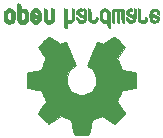
<source format=gbo>
G04 #@! TF.FileFunction,Legend,Bot*
%FSLAX46Y46*%
G04 Gerber Fmt 4.6, Leading zero omitted, Abs format (unit mm)*
G04 Created by KiCad (PCBNEW 4.0.6) date Mon May 22 20:15:38 2017*
%MOMM*%
%LPD*%
G01*
G04 APERTURE LIST*
%ADD10C,0.100000*%
%ADD11C,0.010000*%
G04 APERTURE END LIST*
D10*
D11*
G36*
X136411900Y-115468097D02*
X136523450Y-115412478D01*
X136621908Y-115310069D01*
X136649023Y-115272136D01*
X136678562Y-115222500D01*
X136697728Y-115168588D01*
X136708693Y-115096636D01*
X136713629Y-114992878D01*
X136714713Y-114855899D01*
X136709818Y-114668185D01*
X136692804Y-114527242D01*
X136660177Y-114422092D01*
X136608442Y-114341757D01*
X136534104Y-114275259D01*
X136528642Y-114271322D01*
X136455380Y-114231047D01*
X136367160Y-114211120D01*
X136254962Y-114206207D01*
X136072567Y-114206207D01*
X136072491Y-114029143D01*
X136070793Y-113930530D01*
X136060450Y-113872686D01*
X136033422Y-113837994D01*
X135981668Y-113808836D01*
X135969239Y-113802879D01*
X135911077Y-113774961D01*
X135866044Y-113757328D01*
X135832559Y-113755806D01*
X135809038Y-113776219D01*
X135793900Y-113824393D01*
X135785563Y-113906154D01*
X135782444Y-114027328D01*
X135782960Y-114193740D01*
X135785529Y-114411215D01*
X135786332Y-114476264D01*
X135789222Y-114700498D01*
X135791812Y-114847179D01*
X136072414Y-114847179D01*
X136073991Y-114722674D01*
X136081000Y-114641213D01*
X136096858Y-114587485D01*
X136124981Y-114546177D01*
X136144075Y-114526029D01*
X136222135Y-114467079D01*
X136291247Y-114462280D01*
X136362560Y-114510962D01*
X136364368Y-114512759D01*
X136393383Y-114550382D01*
X136411033Y-114601516D01*
X136419936Y-114680262D01*
X136422709Y-114800724D01*
X136422759Y-114827412D01*
X136416058Y-114993417D01*
X136394248Y-115108495D01*
X136354765Y-115178746D01*
X136295044Y-115210271D01*
X136260528Y-115213448D01*
X136178611Y-115198540D01*
X136122421Y-115149452D01*
X136088598Y-115059638D01*
X136073780Y-114922555D01*
X136072414Y-114847179D01*
X135791812Y-114847179D01*
X135792287Y-114874048D01*
X135796247Y-115004618D01*
X135801826Y-115099913D01*
X135809746Y-115167636D01*
X135820731Y-115215493D01*
X135835501Y-115251187D01*
X135854782Y-115282422D01*
X135863049Y-115294176D01*
X135972712Y-115405203D01*
X136111365Y-115468153D01*
X136271754Y-115485703D01*
X136411900Y-115468097D01*
X136411900Y-115468097D01*
G37*
X136411900Y-115468097D02*
X136523450Y-115412478D01*
X136621908Y-115310069D01*
X136649023Y-115272136D01*
X136678562Y-115222500D01*
X136697728Y-115168588D01*
X136708693Y-115096636D01*
X136713629Y-114992878D01*
X136714713Y-114855899D01*
X136709818Y-114668185D01*
X136692804Y-114527242D01*
X136660177Y-114422092D01*
X136608442Y-114341757D01*
X136534104Y-114275259D01*
X136528642Y-114271322D01*
X136455380Y-114231047D01*
X136367160Y-114211120D01*
X136254962Y-114206207D01*
X136072567Y-114206207D01*
X136072491Y-114029143D01*
X136070793Y-113930530D01*
X136060450Y-113872686D01*
X136033422Y-113837994D01*
X135981668Y-113808836D01*
X135969239Y-113802879D01*
X135911077Y-113774961D01*
X135866044Y-113757328D01*
X135832559Y-113755806D01*
X135809038Y-113776219D01*
X135793900Y-113824393D01*
X135785563Y-113906154D01*
X135782444Y-114027328D01*
X135782960Y-114193740D01*
X135785529Y-114411215D01*
X135786332Y-114476264D01*
X135789222Y-114700498D01*
X135791812Y-114847179D01*
X136072414Y-114847179D01*
X136073991Y-114722674D01*
X136081000Y-114641213D01*
X136096858Y-114587485D01*
X136124981Y-114546177D01*
X136144075Y-114526029D01*
X136222135Y-114467079D01*
X136291247Y-114462280D01*
X136362560Y-114510962D01*
X136364368Y-114512759D01*
X136393383Y-114550382D01*
X136411033Y-114601516D01*
X136419936Y-114680262D01*
X136422709Y-114800724D01*
X136422759Y-114827412D01*
X136416058Y-114993417D01*
X136394248Y-115108495D01*
X136354765Y-115178746D01*
X136295044Y-115210271D01*
X136260528Y-115213448D01*
X136178611Y-115198540D01*
X136122421Y-115149452D01*
X136088598Y-115059638D01*
X136073780Y-114922555D01*
X136072414Y-114847179D01*
X135791812Y-114847179D01*
X135792287Y-114874048D01*
X135796247Y-115004618D01*
X135801826Y-115099913D01*
X135809746Y-115167636D01*
X135820731Y-115215493D01*
X135835501Y-115251187D01*
X135854782Y-115282422D01*
X135863049Y-115294176D01*
X135972712Y-115405203D01*
X136111365Y-115468153D01*
X136271754Y-115485703D01*
X136411900Y-115468097D01*
G36*
X138657429Y-115452281D02*
X138751123Y-115398086D01*
X138816264Y-115344293D01*
X138863907Y-115287934D01*
X138896728Y-115219013D01*
X138917406Y-115127532D01*
X138928620Y-115003494D01*
X138933049Y-114836902D01*
X138933563Y-114717149D01*
X138933563Y-114276341D01*
X138809483Y-114220717D01*
X138685402Y-114165093D01*
X138670805Y-114647905D01*
X138664773Y-114828221D01*
X138658445Y-114959099D01*
X138650606Y-115049489D01*
X138640037Y-115108336D01*
X138625523Y-115144587D01*
X138605848Y-115167190D01*
X138599535Y-115172083D01*
X138503888Y-115210294D01*
X138407207Y-115195173D01*
X138349655Y-115155057D01*
X138326245Y-115126630D01*
X138310039Y-115089328D01*
X138299741Y-115032777D01*
X138294049Y-114946606D01*
X138291664Y-114820442D01*
X138291264Y-114688958D01*
X138291186Y-114524001D01*
X138288361Y-114407239D01*
X138278907Y-114328490D01*
X138258940Y-114277569D01*
X138224576Y-114244294D01*
X138171932Y-114218480D01*
X138101617Y-114191656D01*
X138024820Y-114162458D01*
X138033962Y-114680654D01*
X138037643Y-114867461D01*
X138041950Y-115005510D01*
X138048123Y-115104432D01*
X138057402Y-115173855D01*
X138071027Y-115223410D01*
X138090239Y-115262727D01*
X138113402Y-115297416D01*
X138225152Y-115408230D01*
X138361513Y-115472311D01*
X138509825Y-115487661D01*
X138657429Y-115452281D01*
X138657429Y-115452281D01*
G37*
X138657429Y-115452281D02*
X138751123Y-115398086D01*
X138816264Y-115344293D01*
X138863907Y-115287934D01*
X138896728Y-115219013D01*
X138917406Y-115127532D01*
X138928620Y-115003494D01*
X138933049Y-114836902D01*
X138933563Y-114717149D01*
X138933563Y-114276341D01*
X138809483Y-114220717D01*
X138685402Y-114165093D01*
X138670805Y-114647905D01*
X138664773Y-114828221D01*
X138658445Y-114959099D01*
X138650606Y-115049489D01*
X138640037Y-115108336D01*
X138625523Y-115144587D01*
X138605848Y-115167190D01*
X138599535Y-115172083D01*
X138503888Y-115210294D01*
X138407207Y-115195173D01*
X138349655Y-115155057D01*
X138326245Y-115126630D01*
X138310039Y-115089328D01*
X138299741Y-115032777D01*
X138294049Y-114946606D01*
X138291664Y-114820442D01*
X138291264Y-114688958D01*
X138291186Y-114524001D01*
X138288361Y-114407239D01*
X138278907Y-114328490D01*
X138258940Y-114277569D01*
X138224576Y-114244294D01*
X138171932Y-114218480D01*
X138101617Y-114191656D01*
X138024820Y-114162458D01*
X138033962Y-114680654D01*
X138037643Y-114867461D01*
X138041950Y-115005510D01*
X138048123Y-115104432D01*
X138057402Y-115173855D01*
X138071027Y-115223410D01*
X138090239Y-115262727D01*
X138113402Y-115297416D01*
X138225152Y-115408230D01*
X138361513Y-115472311D01*
X138509825Y-115487661D01*
X138657429Y-115452281D01*
G36*
X135288221Y-115463985D02*
X135425061Y-115392032D01*
X135526051Y-115276234D01*
X135561925Y-115201787D01*
X135589839Y-115090008D01*
X135604129Y-114948773D01*
X135605484Y-114794629D01*
X135594595Y-114644121D01*
X135572153Y-114513795D01*
X135538850Y-114420197D01*
X135528615Y-114404078D01*
X135407382Y-114283751D01*
X135263387Y-114211683D01*
X135107139Y-114190592D01*
X134949148Y-114223198D01*
X134905180Y-114242747D01*
X134819556Y-114302988D01*
X134744408Y-114382865D01*
X134737306Y-114392996D01*
X134708439Y-114441819D01*
X134689357Y-114494010D01*
X134678084Y-114562715D01*
X134672645Y-114661082D01*
X134671062Y-114802256D01*
X134671035Y-114833908D01*
X134671107Y-114843981D01*
X134962989Y-114843981D01*
X134964687Y-114710744D01*
X134971372Y-114622326D01*
X134985425Y-114565215D01*
X135009229Y-114525898D01*
X135021379Y-114512759D01*
X135091236Y-114462828D01*
X135159059Y-114465105D01*
X135227635Y-114508416D01*
X135268535Y-114554654D01*
X135292758Y-114622143D01*
X135306361Y-114728567D01*
X135307294Y-114740980D01*
X135309616Y-114933853D01*
X135285350Y-115077100D01*
X135234824Y-115169840D01*
X135158368Y-115211193D01*
X135131076Y-115213448D01*
X135059411Y-115202107D01*
X135010390Y-115162816D01*
X134980418Y-115087674D01*
X134965899Y-114968778D01*
X134962989Y-114843981D01*
X134671107Y-114843981D01*
X134672122Y-114984341D01*
X134676688Y-115089451D01*
X134686688Y-115162286D01*
X134704079Y-115215892D01*
X134730816Y-115263319D01*
X134736724Y-115272136D01*
X134836032Y-115390993D01*
X134944242Y-115459992D01*
X135075981Y-115487381D01*
X135120717Y-115488719D01*
X135288221Y-115463985D01*
X135288221Y-115463985D01*
G37*
X135288221Y-115463985D02*
X135425061Y-115392032D01*
X135526051Y-115276234D01*
X135561925Y-115201787D01*
X135589839Y-115090008D01*
X135604129Y-114948773D01*
X135605484Y-114794629D01*
X135594595Y-114644121D01*
X135572153Y-114513795D01*
X135538850Y-114420197D01*
X135528615Y-114404078D01*
X135407382Y-114283751D01*
X135263387Y-114211683D01*
X135107139Y-114190592D01*
X134949148Y-114223198D01*
X134905180Y-114242747D01*
X134819556Y-114302988D01*
X134744408Y-114382865D01*
X134737306Y-114392996D01*
X134708439Y-114441819D01*
X134689357Y-114494010D01*
X134678084Y-114562715D01*
X134672645Y-114661082D01*
X134671062Y-114802256D01*
X134671035Y-114833908D01*
X134671107Y-114843981D01*
X134962989Y-114843981D01*
X134964687Y-114710744D01*
X134971372Y-114622326D01*
X134985425Y-114565215D01*
X135009229Y-114525898D01*
X135021379Y-114512759D01*
X135091236Y-114462828D01*
X135159059Y-114465105D01*
X135227635Y-114508416D01*
X135268535Y-114554654D01*
X135292758Y-114622143D01*
X135306361Y-114728567D01*
X135307294Y-114740980D01*
X135309616Y-114933853D01*
X135285350Y-115077100D01*
X135234824Y-115169840D01*
X135158368Y-115211193D01*
X135131076Y-115213448D01*
X135059411Y-115202107D01*
X135010390Y-115162816D01*
X134980418Y-115087674D01*
X134965899Y-114968778D01*
X134962989Y-114843981D01*
X134671107Y-114843981D01*
X134672122Y-114984341D01*
X134676688Y-115089451D01*
X134686688Y-115162286D01*
X134704079Y-115215892D01*
X134730816Y-115263319D01*
X134736724Y-115272136D01*
X134836032Y-115390993D01*
X134944242Y-115459992D01*
X135075981Y-115487381D01*
X135120717Y-115488719D01*
X135288221Y-115463985D01*
G36*
X137555552Y-115445324D02*
X137670658Y-115367889D01*
X137759611Y-115256051D01*
X137812749Y-115113735D01*
X137823497Y-115008985D01*
X137822276Y-114965274D01*
X137812056Y-114931806D01*
X137783961Y-114901821D01*
X137729116Y-114868560D01*
X137638645Y-114825262D01*
X137503672Y-114765167D01*
X137502989Y-114764866D01*
X137378751Y-114707963D01*
X137276873Y-114657435D01*
X137207767Y-114618720D01*
X137181846Y-114597260D01*
X137181839Y-114597087D01*
X137204685Y-114550356D01*
X137258109Y-114498846D01*
X137319442Y-114461739D01*
X137350515Y-114454368D01*
X137435289Y-114479862D01*
X137508293Y-114543709D01*
X137543913Y-114613906D01*
X137578180Y-114665657D01*
X137645303Y-114724591D01*
X137724208Y-114775504D01*
X137793821Y-114803191D01*
X137808377Y-114804713D01*
X137824763Y-114779679D01*
X137825750Y-114715689D01*
X137813708Y-114629407D01*
X137791007Y-114537499D01*
X137760014Y-114456631D01*
X137758448Y-114453491D01*
X137665181Y-114323266D01*
X137544304Y-114234689D01*
X137407027Y-114191214D01*
X137264560Y-114196294D01*
X137128112Y-114253384D01*
X137122045Y-114257398D01*
X137014710Y-114354674D01*
X136944132Y-114481591D01*
X136905074Y-114648474D01*
X136899832Y-114695361D01*
X136890548Y-114916671D01*
X136901678Y-115019876D01*
X137181839Y-115019876D01*
X137185479Y-114955497D01*
X137205389Y-114936709D01*
X137255026Y-114950765D01*
X137333267Y-114983991D01*
X137420726Y-115025641D01*
X137422899Y-115026744D01*
X137497030Y-115065735D01*
X137526781Y-115091756D01*
X137519445Y-115119035D01*
X137488553Y-115154879D01*
X137409960Y-115206749D01*
X137325323Y-115210561D01*
X137249403Y-115172811D01*
X137196965Y-115099999D01*
X137181839Y-115019876D01*
X136901678Y-115019876D01*
X136909644Y-115093739D01*
X136958634Y-115234171D01*
X137026836Y-115332553D01*
X137149935Y-115431970D01*
X137285528Y-115481289D01*
X137423955Y-115484432D01*
X137555552Y-115445324D01*
X137555552Y-115445324D01*
G37*
X137555552Y-115445324D02*
X137670658Y-115367889D01*
X137759611Y-115256051D01*
X137812749Y-115113735D01*
X137823497Y-115008985D01*
X137822276Y-114965274D01*
X137812056Y-114931806D01*
X137783961Y-114901821D01*
X137729116Y-114868560D01*
X137638645Y-114825262D01*
X137503672Y-114765167D01*
X137502989Y-114764866D01*
X137378751Y-114707963D01*
X137276873Y-114657435D01*
X137207767Y-114618720D01*
X137181846Y-114597260D01*
X137181839Y-114597087D01*
X137204685Y-114550356D01*
X137258109Y-114498846D01*
X137319442Y-114461739D01*
X137350515Y-114454368D01*
X137435289Y-114479862D01*
X137508293Y-114543709D01*
X137543913Y-114613906D01*
X137578180Y-114665657D01*
X137645303Y-114724591D01*
X137724208Y-114775504D01*
X137793821Y-114803191D01*
X137808377Y-114804713D01*
X137824763Y-114779679D01*
X137825750Y-114715689D01*
X137813708Y-114629407D01*
X137791007Y-114537499D01*
X137760014Y-114456631D01*
X137758448Y-114453491D01*
X137665181Y-114323266D01*
X137544304Y-114234689D01*
X137407027Y-114191214D01*
X137264560Y-114196294D01*
X137128112Y-114253384D01*
X137122045Y-114257398D01*
X137014710Y-114354674D01*
X136944132Y-114481591D01*
X136905074Y-114648474D01*
X136899832Y-114695361D01*
X136890548Y-114916671D01*
X136901678Y-115019876D01*
X137181839Y-115019876D01*
X137185479Y-114955497D01*
X137205389Y-114936709D01*
X137255026Y-114950765D01*
X137333267Y-114983991D01*
X137420726Y-115025641D01*
X137422899Y-115026744D01*
X137497030Y-115065735D01*
X137526781Y-115091756D01*
X137519445Y-115119035D01*
X137488553Y-115154879D01*
X137409960Y-115206749D01*
X137325323Y-115210561D01*
X137249403Y-115172811D01*
X137196965Y-115099999D01*
X137181839Y-115019876D01*
X136901678Y-115019876D01*
X136909644Y-115093739D01*
X136958634Y-115234171D01*
X137026836Y-115332553D01*
X137149935Y-115431970D01*
X137285528Y-115481289D01*
X137423955Y-115484432D01*
X137555552Y-115445324D01*
G36*
X139984598Y-115606143D02*
X139993154Y-115486812D01*
X140002981Y-115416494D01*
X140016599Y-115385821D01*
X140036527Y-115385429D01*
X140042989Y-115389090D01*
X140128940Y-115415602D01*
X140240745Y-115414054D01*
X140354414Y-115386801D01*
X140425510Y-115351545D01*
X140498405Y-115295222D01*
X140551693Y-115231481D01*
X140588275Y-115150490D01*
X140611050Y-115042414D01*
X140622919Y-114897420D01*
X140626782Y-114705674D01*
X140626851Y-114668891D01*
X140626897Y-114255712D01*
X140534954Y-114223661D01*
X140469652Y-114201856D01*
X140433824Y-114191703D01*
X140432770Y-114191609D01*
X140429242Y-114219140D01*
X140426239Y-114295077D01*
X140423990Y-114409435D01*
X140422724Y-114552231D01*
X140422529Y-114639049D01*
X140422123Y-114810227D01*
X140420032Y-114932912D01*
X140414947Y-115017000D01*
X140405560Y-115072386D01*
X140390561Y-115108968D01*
X140368642Y-115136641D01*
X140354957Y-115149968D01*
X140260949Y-115203672D01*
X140158364Y-115207693D01*
X140065290Y-115162275D01*
X140048078Y-115145877D01*
X140022832Y-115115043D01*
X140005320Y-115078469D01*
X139994142Y-115025585D01*
X139987896Y-114945823D01*
X139985182Y-114828615D01*
X139984598Y-114667009D01*
X139984598Y-114255712D01*
X139892655Y-114223661D01*
X139827353Y-114201856D01*
X139791525Y-114191703D01*
X139790471Y-114191609D01*
X139787775Y-114219552D01*
X139785345Y-114298370D01*
X139783278Y-114420547D01*
X139781671Y-114578568D01*
X139780623Y-114764917D01*
X139780231Y-114972080D01*
X139780230Y-114981294D01*
X139780230Y-115770980D01*
X139875115Y-115811003D01*
X139970000Y-115851027D01*
X139984598Y-115606143D01*
X139984598Y-115606143D01*
G37*
X139984598Y-115606143D02*
X139993154Y-115486812D01*
X140002981Y-115416494D01*
X140016599Y-115385821D01*
X140036527Y-115385429D01*
X140042989Y-115389090D01*
X140128940Y-115415602D01*
X140240745Y-115414054D01*
X140354414Y-115386801D01*
X140425510Y-115351545D01*
X140498405Y-115295222D01*
X140551693Y-115231481D01*
X140588275Y-115150490D01*
X140611050Y-115042414D01*
X140622919Y-114897420D01*
X140626782Y-114705674D01*
X140626851Y-114668891D01*
X140626897Y-114255712D01*
X140534954Y-114223661D01*
X140469652Y-114201856D01*
X140433824Y-114191703D01*
X140432770Y-114191609D01*
X140429242Y-114219140D01*
X140426239Y-114295077D01*
X140423990Y-114409435D01*
X140422724Y-114552231D01*
X140422529Y-114639049D01*
X140422123Y-114810227D01*
X140420032Y-114932912D01*
X140414947Y-115017000D01*
X140405560Y-115072386D01*
X140390561Y-115108968D01*
X140368642Y-115136641D01*
X140354957Y-115149968D01*
X140260949Y-115203672D01*
X140158364Y-115207693D01*
X140065290Y-115162275D01*
X140048078Y-115145877D01*
X140022832Y-115115043D01*
X140005320Y-115078469D01*
X139994142Y-115025585D01*
X139987896Y-114945823D01*
X139985182Y-114828615D01*
X139984598Y-114667009D01*
X139984598Y-114255712D01*
X139892655Y-114223661D01*
X139827353Y-114201856D01*
X139791525Y-114191703D01*
X139790471Y-114191609D01*
X139787775Y-114219552D01*
X139785345Y-114298370D01*
X139783278Y-114420547D01*
X139781671Y-114578568D01*
X139780623Y-114764917D01*
X139780231Y-114972080D01*
X139780230Y-114981294D01*
X139780230Y-115770980D01*
X139875115Y-115811003D01*
X139970000Y-115851027D01*
X139984598Y-115606143D01*
G36*
X141319944Y-115405640D02*
X141434343Y-115363158D01*
X141435652Y-115362342D01*
X141506403Y-115310270D01*
X141558636Y-115249416D01*
X141595371Y-115170113D01*
X141619634Y-115062691D01*
X141634445Y-114917483D01*
X141642829Y-114724821D01*
X141643564Y-114697372D01*
X141654120Y-114283479D01*
X141565291Y-114237544D01*
X141501018Y-114206502D01*
X141462210Y-114191794D01*
X141460415Y-114191609D01*
X141453700Y-114218750D01*
X141448365Y-114291959D01*
X141445083Y-114398919D01*
X141444368Y-114485531D01*
X141444351Y-114625838D01*
X141437937Y-114713949D01*
X141415580Y-114755975D01*
X141367732Y-114758025D01*
X141284849Y-114726210D01*
X141159713Y-114667728D01*
X141067697Y-114619155D01*
X141020371Y-114577014D01*
X141006458Y-114531084D01*
X141006437Y-114528811D01*
X141029395Y-114449689D01*
X141097370Y-114406945D01*
X141201398Y-114400754D01*
X141276330Y-114401828D01*
X141315839Y-114380247D01*
X141340478Y-114328409D01*
X141354659Y-114262368D01*
X141334223Y-114224896D01*
X141326528Y-114219533D01*
X141254083Y-114197994D01*
X141152633Y-114194945D01*
X141048157Y-114209222D01*
X140974125Y-114235312D01*
X140871772Y-114322215D01*
X140813591Y-114443184D01*
X140802069Y-114537692D01*
X140810862Y-114622938D01*
X140842680Y-114692524D01*
X140905684Y-114754328D01*
X141008031Y-114816228D01*
X141157882Y-114886103D01*
X141167012Y-114890052D01*
X141301997Y-114952412D01*
X141385294Y-115003554D01*
X141420997Y-115049512D01*
X141413203Y-115096317D01*
X141366007Y-115150002D01*
X141351894Y-115162356D01*
X141257359Y-115210259D01*
X141159406Y-115208242D01*
X141074097Y-115161276D01*
X141017496Y-115074331D01*
X141012237Y-115057266D01*
X140961023Y-114974496D01*
X140896037Y-114934628D01*
X140802069Y-114895118D01*
X140802069Y-114997342D01*
X140830653Y-115145928D01*
X140915495Y-115282216D01*
X140959645Y-115327809D01*
X141060005Y-115386326D01*
X141187635Y-115412816D01*
X141319944Y-115405640D01*
X141319944Y-115405640D01*
G37*
X141319944Y-115405640D02*
X141434343Y-115363158D01*
X141435652Y-115362342D01*
X141506403Y-115310270D01*
X141558636Y-115249416D01*
X141595371Y-115170113D01*
X141619634Y-115062691D01*
X141634445Y-114917483D01*
X141642829Y-114724821D01*
X141643564Y-114697372D01*
X141654120Y-114283479D01*
X141565291Y-114237544D01*
X141501018Y-114206502D01*
X141462210Y-114191794D01*
X141460415Y-114191609D01*
X141453700Y-114218750D01*
X141448365Y-114291959D01*
X141445083Y-114398919D01*
X141444368Y-114485531D01*
X141444351Y-114625838D01*
X141437937Y-114713949D01*
X141415580Y-114755975D01*
X141367732Y-114758025D01*
X141284849Y-114726210D01*
X141159713Y-114667728D01*
X141067697Y-114619155D01*
X141020371Y-114577014D01*
X141006458Y-114531084D01*
X141006437Y-114528811D01*
X141029395Y-114449689D01*
X141097370Y-114406945D01*
X141201398Y-114400754D01*
X141276330Y-114401828D01*
X141315839Y-114380247D01*
X141340478Y-114328409D01*
X141354659Y-114262368D01*
X141334223Y-114224896D01*
X141326528Y-114219533D01*
X141254083Y-114197994D01*
X141152633Y-114194945D01*
X141048157Y-114209222D01*
X140974125Y-114235312D01*
X140871772Y-114322215D01*
X140813591Y-114443184D01*
X140802069Y-114537692D01*
X140810862Y-114622938D01*
X140842680Y-114692524D01*
X140905684Y-114754328D01*
X141008031Y-114816228D01*
X141157882Y-114886103D01*
X141167012Y-114890052D01*
X141301997Y-114952412D01*
X141385294Y-115003554D01*
X141420997Y-115049512D01*
X141413203Y-115096317D01*
X141366007Y-115150002D01*
X141351894Y-115162356D01*
X141257359Y-115210259D01*
X141159406Y-115208242D01*
X141074097Y-115161276D01*
X141017496Y-115074331D01*
X141012237Y-115057266D01*
X140961023Y-114974496D01*
X140896037Y-114934628D01*
X140802069Y-114895118D01*
X140802069Y-114997342D01*
X140830653Y-115145928D01*
X140915495Y-115282216D01*
X140959645Y-115327809D01*
X141060005Y-115386326D01*
X141187635Y-115412816D01*
X141319944Y-115405640D01*
G36*
X142305943Y-115408080D02*
X142438565Y-115359141D01*
X142546010Y-115272581D01*
X142588032Y-115211648D01*
X142633843Y-115099839D01*
X142632891Y-115018994D01*
X142584808Y-114964622D01*
X142567017Y-114955376D01*
X142490204Y-114926550D01*
X142450976Y-114933935D01*
X142437689Y-114982342D01*
X142437012Y-115009080D01*
X142412686Y-115107452D01*
X142349281Y-115176266D01*
X142261154Y-115209502D01*
X142162663Y-115201139D01*
X142082602Y-115157704D01*
X142055561Y-115132928D01*
X142036394Y-115102871D01*
X142023446Y-115057435D01*
X142015064Y-114986524D01*
X142009593Y-114880040D01*
X142005378Y-114727888D01*
X142004287Y-114679713D01*
X142000307Y-114514905D01*
X141995781Y-114398912D01*
X141988995Y-114322167D01*
X141978231Y-114275107D01*
X141961773Y-114248165D01*
X141937906Y-114231777D01*
X141922626Y-114224537D01*
X141857733Y-114199780D01*
X141819534Y-114191609D01*
X141806912Y-114218897D01*
X141799208Y-114301397D01*
X141796380Y-114440059D01*
X141798386Y-114635838D01*
X141799011Y-114666035D01*
X141803421Y-114844651D01*
X141808635Y-114975077D01*
X141816055Y-115067508D01*
X141827082Y-115132142D01*
X141843117Y-115179175D01*
X141865561Y-115218804D01*
X141877302Y-115235785D01*
X141944619Y-115310920D01*
X142019910Y-115369362D01*
X142029128Y-115374464D01*
X142164133Y-115414740D01*
X142305943Y-115408080D01*
X142305943Y-115408080D01*
G37*
X142305943Y-115408080D02*
X142438565Y-115359141D01*
X142546010Y-115272581D01*
X142588032Y-115211648D01*
X142633843Y-115099839D01*
X142632891Y-115018994D01*
X142584808Y-114964622D01*
X142567017Y-114955376D01*
X142490204Y-114926550D01*
X142450976Y-114933935D01*
X142437689Y-114982342D01*
X142437012Y-115009080D01*
X142412686Y-115107452D01*
X142349281Y-115176266D01*
X142261154Y-115209502D01*
X142162663Y-115201139D01*
X142082602Y-115157704D01*
X142055561Y-115132928D01*
X142036394Y-115102871D01*
X142023446Y-115057435D01*
X142015064Y-114986524D01*
X142009593Y-114880040D01*
X142005378Y-114727888D01*
X142004287Y-114679713D01*
X142000307Y-114514905D01*
X141995781Y-114398912D01*
X141988995Y-114322167D01*
X141978231Y-114275107D01*
X141961773Y-114248165D01*
X141937906Y-114231777D01*
X141922626Y-114224537D01*
X141857733Y-114199780D01*
X141819534Y-114191609D01*
X141806912Y-114218897D01*
X141799208Y-114301397D01*
X141796380Y-114440059D01*
X141798386Y-114635838D01*
X141799011Y-114666035D01*
X141803421Y-114844651D01*
X141808635Y-114975077D01*
X141816055Y-115067508D01*
X141827082Y-115132142D01*
X141843117Y-115179175D01*
X141865561Y-115218804D01*
X141877302Y-115235785D01*
X141944619Y-115310920D01*
X142019910Y-115369362D01*
X142029128Y-115374464D01*
X142164133Y-115414740D01*
X142305943Y-115408080D01*
G36*
X143633914Y-115175545D02*
X143633543Y-114957339D01*
X143632108Y-114789481D01*
X143629002Y-114663930D01*
X143623622Y-114572645D01*
X143615362Y-114507585D01*
X143603616Y-114460709D01*
X143587781Y-114423976D01*
X143575790Y-114403009D01*
X143476490Y-114289306D01*
X143350588Y-114218035D01*
X143211291Y-114192462D01*
X143071805Y-114215850D01*
X142988743Y-114257881D01*
X142901545Y-114330589D01*
X142842117Y-114419388D01*
X142806261Y-114535680D01*
X142789781Y-114690865D01*
X142787447Y-114804713D01*
X142787761Y-114812894D01*
X142991724Y-114812894D01*
X142992970Y-114682343D01*
X142998678Y-114595920D01*
X143011804Y-114539382D01*
X143035306Y-114498486D01*
X143063386Y-114467638D01*
X143157688Y-114408095D01*
X143258940Y-114403008D01*
X143354636Y-114452721D01*
X143362084Y-114459457D01*
X143393874Y-114494498D01*
X143413808Y-114536189D01*
X143424600Y-114598238D01*
X143428965Y-114694356D01*
X143429655Y-114800621D01*
X143428159Y-114934120D01*
X143421964Y-115023178D01*
X143408514Y-115081707D01*
X143385251Y-115123618D01*
X143366175Y-115145877D01*
X143277563Y-115202015D01*
X143175508Y-115208765D01*
X143078095Y-115165886D01*
X143059296Y-115149968D01*
X143027293Y-115114618D01*
X143007318Y-115072498D01*
X142996593Y-115009749D01*
X142992339Y-114912513D01*
X142991724Y-114812894D01*
X142787761Y-114812894D01*
X142794504Y-114988053D01*
X142818472Y-115125805D01*
X142863548Y-115229368D01*
X142933928Y-115310144D01*
X142988743Y-115351545D01*
X143088376Y-115396272D01*
X143203855Y-115417033D01*
X143311199Y-115411475D01*
X143371264Y-115389057D01*
X143394835Y-115382677D01*
X143410477Y-115406465D01*
X143421395Y-115470212D01*
X143429655Y-115567313D01*
X143438699Y-115675459D01*
X143451261Y-115740525D01*
X143474119Y-115777732D01*
X143514051Y-115802301D01*
X143539138Y-115813181D01*
X143634023Y-115852928D01*
X143633914Y-115175545D01*
X143633914Y-115175545D01*
G37*
X143633914Y-115175545D02*
X143633543Y-114957339D01*
X143632108Y-114789481D01*
X143629002Y-114663930D01*
X143623622Y-114572645D01*
X143615362Y-114507585D01*
X143603616Y-114460709D01*
X143587781Y-114423976D01*
X143575790Y-114403009D01*
X143476490Y-114289306D01*
X143350588Y-114218035D01*
X143211291Y-114192462D01*
X143071805Y-114215850D01*
X142988743Y-114257881D01*
X142901545Y-114330589D01*
X142842117Y-114419388D01*
X142806261Y-114535680D01*
X142789781Y-114690865D01*
X142787447Y-114804713D01*
X142787761Y-114812894D01*
X142991724Y-114812894D01*
X142992970Y-114682343D01*
X142998678Y-114595920D01*
X143011804Y-114539382D01*
X143035306Y-114498486D01*
X143063386Y-114467638D01*
X143157688Y-114408095D01*
X143258940Y-114403008D01*
X143354636Y-114452721D01*
X143362084Y-114459457D01*
X143393874Y-114494498D01*
X143413808Y-114536189D01*
X143424600Y-114598238D01*
X143428965Y-114694356D01*
X143429655Y-114800621D01*
X143428159Y-114934120D01*
X143421964Y-115023178D01*
X143408514Y-115081707D01*
X143385251Y-115123618D01*
X143366175Y-115145877D01*
X143277563Y-115202015D01*
X143175508Y-115208765D01*
X143078095Y-115165886D01*
X143059296Y-115149968D01*
X143027293Y-115114618D01*
X143007318Y-115072498D01*
X142996593Y-115009749D01*
X142992339Y-114912513D01*
X142991724Y-114812894D01*
X142787761Y-114812894D01*
X142794504Y-114988053D01*
X142818472Y-115125805D01*
X142863548Y-115229368D01*
X142933928Y-115310144D01*
X142988743Y-115351545D01*
X143088376Y-115396272D01*
X143203855Y-115417033D01*
X143311199Y-115411475D01*
X143371264Y-115389057D01*
X143394835Y-115382677D01*
X143410477Y-115406465D01*
X143421395Y-115470212D01*
X143429655Y-115567313D01*
X143438699Y-115675459D01*
X143451261Y-115740525D01*
X143474119Y-115777732D01*
X143514051Y-115802301D01*
X143539138Y-115813181D01*
X143634023Y-115852928D01*
X143633914Y-115175545D01*
G36*
X144820124Y-115390160D02*
X144824579Y-115313347D01*
X144828071Y-115196609D01*
X144830315Y-115049179D01*
X144831035Y-114894545D01*
X144831035Y-114371273D01*
X144738645Y-114278883D01*
X144674978Y-114221953D01*
X144619089Y-114198893D01*
X144542702Y-114200353D01*
X144512380Y-114204066D01*
X144417610Y-114214874D01*
X144339222Y-114221067D01*
X144320115Y-114221639D01*
X144255699Y-114217898D01*
X144163571Y-114208506D01*
X144127850Y-114204066D01*
X144040114Y-114197199D01*
X143981153Y-114212115D01*
X143922690Y-114258165D01*
X143901585Y-114278883D01*
X143809195Y-114371273D01*
X143809195Y-115350053D01*
X143883558Y-115383934D01*
X143947590Y-115409030D01*
X143985052Y-115417816D01*
X143994657Y-115390050D01*
X144003635Y-115312470D01*
X144011386Y-115193652D01*
X144017314Y-115042172D01*
X144020173Y-114914195D01*
X144028161Y-114410575D01*
X144097848Y-114400722D01*
X144161229Y-114407611D01*
X144192286Y-114429917D01*
X144200967Y-114471621D01*
X144208378Y-114560456D01*
X144213931Y-114685166D01*
X144217036Y-114834493D01*
X144217484Y-114911339D01*
X144217931Y-115353713D01*
X144309874Y-115385765D01*
X144374949Y-115407557D01*
X144410347Y-115417719D01*
X144411368Y-115417816D01*
X144414920Y-115390191D01*
X144418823Y-115313589D01*
X144422751Y-115197421D01*
X144426376Y-115051096D01*
X144428908Y-114914195D01*
X144436897Y-114410575D01*
X144612069Y-114410575D01*
X144620107Y-114870035D01*
X144628146Y-115329495D01*
X144713543Y-115373656D01*
X144776593Y-115403981D01*
X144813910Y-115417742D01*
X144814987Y-115417816D01*
X144820124Y-115390160D01*
X144820124Y-115390160D01*
G37*
X144820124Y-115390160D02*
X144824579Y-115313347D01*
X144828071Y-115196609D01*
X144830315Y-115049179D01*
X144831035Y-114894545D01*
X144831035Y-114371273D01*
X144738645Y-114278883D01*
X144674978Y-114221953D01*
X144619089Y-114198893D01*
X144542702Y-114200353D01*
X144512380Y-114204066D01*
X144417610Y-114214874D01*
X144339222Y-114221067D01*
X144320115Y-114221639D01*
X144255699Y-114217898D01*
X144163571Y-114208506D01*
X144127850Y-114204066D01*
X144040114Y-114197199D01*
X143981153Y-114212115D01*
X143922690Y-114258165D01*
X143901585Y-114278883D01*
X143809195Y-114371273D01*
X143809195Y-115350053D01*
X143883558Y-115383934D01*
X143947590Y-115409030D01*
X143985052Y-115417816D01*
X143994657Y-115390050D01*
X144003635Y-115312470D01*
X144011386Y-115193652D01*
X144017314Y-115042172D01*
X144020173Y-114914195D01*
X144028161Y-114410575D01*
X144097848Y-114400722D01*
X144161229Y-114407611D01*
X144192286Y-114429917D01*
X144200967Y-114471621D01*
X144208378Y-114560456D01*
X144213931Y-114685166D01*
X144217036Y-114834493D01*
X144217484Y-114911339D01*
X144217931Y-115353713D01*
X144309874Y-115385765D01*
X144374949Y-115407557D01*
X144410347Y-115417719D01*
X144411368Y-115417816D01*
X144414920Y-115390191D01*
X144418823Y-115313589D01*
X144422751Y-115197421D01*
X144426376Y-115051096D01*
X144428908Y-114914195D01*
X144436897Y-114410575D01*
X144612069Y-114410575D01*
X144620107Y-114870035D01*
X144628146Y-115329495D01*
X144713543Y-115373656D01*
X144776593Y-115403981D01*
X144813910Y-115417742D01*
X144814987Y-115417816D01*
X144820124Y-115390160D01*
G36*
X145554406Y-115394844D02*
X145638469Y-115356607D01*
X145704450Y-115310274D01*
X145752794Y-115258468D01*
X145786172Y-115191637D01*
X145807253Y-115100231D01*
X145818707Y-114974699D01*
X145823203Y-114805492D01*
X145823678Y-114694067D01*
X145823678Y-114259373D01*
X145749316Y-114225491D01*
X145690746Y-114200728D01*
X145661730Y-114191609D01*
X145656179Y-114218743D01*
X145651775Y-114291906D01*
X145649078Y-114398737D01*
X145648506Y-114483563D01*
X145646046Y-114606113D01*
X145639412Y-114703332D01*
X145629726Y-114762866D01*
X145622032Y-114775517D01*
X145570311Y-114762598D01*
X145489117Y-114729461D01*
X145395102Y-114684539D01*
X145304917Y-114636265D01*
X145235215Y-114593072D01*
X145202648Y-114563392D01*
X145202519Y-114563071D01*
X145205320Y-114508143D01*
X145230439Y-114455708D01*
X145274541Y-114413119D01*
X145338909Y-114398874D01*
X145393921Y-114400534D01*
X145471835Y-114401755D01*
X145512732Y-114383502D01*
X145537295Y-114335274D01*
X145540392Y-114326180D01*
X145551040Y-114257402D01*
X145522565Y-114215640D01*
X145448344Y-114195737D01*
X145368168Y-114192056D01*
X145223890Y-114219342D01*
X145149203Y-114258310D01*
X145056963Y-114349852D01*
X145008043Y-114462218D01*
X145003654Y-114580949D01*
X145045001Y-114691589D01*
X145107197Y-114760920D01*
X145169294Y-114799735D01*
X145266895Y-114848875D01*
X145380632Y-114898708D01*
X145399590Y-114906323D01*
X145524521Y-114961455D01*
X145596539Y-115010046D01*
X145619700Y-115058353D01*
X145598064Y-115112630D01*
X145560920Y-115155057D01*
X145473127Y-115207298D01*
X145376530Y-115211216D01*
X145287944Y-115170959D01*
X145224186Y-115090674D01*
X145215817Y-115069960D01*
X145167096Y-114993775D01*
X145095965Y-114937215D01*
X145006207Y-114890799D01*
X145006207Y-115022416D01*
X145011490Y-115102832D01*
X145034142Y-115166214D01*
X145084367Y-115233837D01*
X145132582Y-115285924D01*
X145207554Y-115359678D01*
X145265806Y-115399298D01*
X145328372Y-115415190D01*
X145399193Y-115417816D01*
X145554406Y-115394844D01*
X145554406Y-115394844D01*
G37*
X145554406Y-115394844D02*
X145638469Y-115356607D01*
X145704450Y-115310274D01*
X145752794Y-115258468D01*
X145786172Y-115191637D01*
X145807253Y-115100231D01*
X145818707Y-114974699D01*
X145823203Y-114805492D01*
X145823678Y-114694067D01*
X145823678Y-114259373D01*
X145749316Y-114225491D01*
X145690746Y-114200728D01*
X145661730Y-114191609D01*
X145656179Y-114218743D01*
X145651775Y-114291906D01*
X145649078Y-114398737D01*
X145648506Y-114483563D01*
X145646046Y-114606113D01*
X145639412Y-114703332D01*
X145629726Y-114762866D01*
X145622032Y-114775517D01*
X145570311Y-114762598D01*
X145489117Y-114729461D01*
X145395102Y-114684539D01*
X145304917Y-114636265D01*
X145235215Y-114593072D01*
X145202648Y-114563392D01*
X145202519Y-114563071D01*
X145205320Y-114508143D01*
X145230439Y-114455708D01*
X145274541Y-114413119D01*
X145338909Y-114398874D01*
X145393921Y-114400534D01*
X145471835Y-114401755D01*
X145512732Y-114383502D01*
X145537295Y-114335274D01*
X145540392Y-114326180D01*
X145551040Y-114257402D01*
X145522565Y-114215640D01*
X145448344Y-114195737D01*
X145368168Y-114192056D01*
X145223890Y-114219342D01*
X145149203Y-114258310D01*
X145056963Y-114349852D01*
X145008043Y-114462218D01*
X145003654Y-114580949D01*
X145045001Y-114691589D01*
X145107197Y-114760920D01*
X145169294Y-114799735D01*
X145266895Y-114848875D01*
X145380632Y-114898708D01*
X145399590Y-114906323D01*
X145524521Y-114961455D01*
X145596539Y-115010046D01*
X145619700Y-115058353D01*
X145598064Y-115112630D01*
X145560920Y-115155057D01*
X145473127Y-115207298D01*
X145376530Y-115211216D01*
X145287944Y-115170959D01*
X145224186Y-115090674D01*
X145215817Y-115069960D01*
X145167096Y-114993775D01*
X145095965Y-114937215D01*
X145006207Y-114890799D01*
X145006207Y-115022416D01*
X145011490Y-115102832D01*
X145034142Y-115166214D01*
X145084367Y-115233837D01*
X145132582Y-115285924D01*
X145207554Y-115359678D01*
X145265806Y-115399298D01*
X145328372Y-115415190D01*
X145399193Y-115417816D01*
X145554406Y-115394844D01*
G36*
X146575690Y-115389982D02*
X146610585Y-115374731D01*
X146693877Y-115308765D01*
X146765103Y-115213382D01*
X146809153Y-115111594D01*
X146816322Y-115061413D01*
X146792285Y-114991353D01*
X146739561Y-114954283D01*
X146683031Y-114931836D01*
X146657146Y-114927700D01*
X146644542Y-114957717D01*
X146619654Y-115023039D01*
X146608735Y-115052555D01*
X146547508Y-115154652D01*
X146458861Y-115205577D01*
X146345193Y-115204011D01*
X146336774Y-115202006D01*
X146276088Y-115173233D01*
X146231474Y-115117141D01*
X146201002Y-115026837D01*
X146182744Y-114895429D01*
X146174771Y-114716026D01*
X146174023Y-114620567D01*
X146173652Y-114470087D01*
X146171223Y-114367505D01*
X146164760Y-114302328D01*
X146152288Y-114264062D01*
X146131833Y-114242215D01*
X146101419Y-114226293D01*
X146099661Y-114225491D01*
X146041091Y-114200728D01*
X146012075Y-114191609D01*
X146007616Y-114219178D01*
X146003799Y-114295380D01*
X146000899Y-114410459D01*
X145999191Y-114554659D01*
X145998851Y-114660186D01*
X146000588Y-114864387D01*
X146007382Y-115019303D01*
X146021607Y-115133976D01*
X146045638Y-115217449D01*
X146081848Y-115278764D01*
X146132612Y-115326966D01*
X146182739Y-115360607D01*
X146303275Y-115405381D01*
X146443557Y-115415479D01*
X146575690Y-115389982D01*
X146575690Y-115389982D01*
G37*
X146575690Y-115389982D02*
X146610585Y-115374731D01*
X146693877Y-115308765D01*
X146765103Y-115213382D01*
X146809153Y-115111594D01*
X146816322Y-115061413D01*
X146792285Y-114991353D01*
X146739561Y-114954283D01*
X146683031Y-114931836D01*
X146657146Y-114927700D01*
X146644542Y-114957717D01*
X146619654Y-115023039D01*
X146608735Y-115052555D01*
X146547508Y-115154652D01*
X146458861Y-115205577D01*
X146345193Y-115204011D01*
X146336774Y-115202006D01*
X146276088Y-115173233D01*
X146231474Y-115117141D01*
X146201002Y-115026837D01*
X146182744Y-114895429D01*
X146174771Y-114716026D01*
X146174023Y-114620567D01*
X146173652Y-114470087D01*
X146171223Y-114367505D01*
X146164760Y-114302328D01*
X146152288Y-114264062D01*
X146131833Y-114242215D01*
X146101419Y-114226293D01*
X146099661Y-114225491D01*
X146041091Y-114200728D01*
X146012075Y-114191609D01*
X146007616Y-114219178D01*
X146003799Y-114295380D01*
X146000899Y-114410459D01*
X145999191Y-114554659D01*
X145998851Y-114660186D01*
X146000588Y-114864387D01*
X146007382Y-115019303D01*
X146021607Y-115133976D01*
X146045638Y-115217449D01*
X146081848Y-115278764D01*
X146132612Y-115326966D01*
X146182739Y-115360607D01*
X146303275Y-115405381D01*
X146443557Y-115415479D01*
X146575690Y-115389982D01*
G36*
X147583439Y-115373460D02*
X147698950Y-115297966D01*
X147754664Y-115230383D01*
X147798804Y-115107745D01*
X147802309Y-115010702D01*
X147794368Y-114880944D01*
X147495115Y-114749961D01*
X147349611Y-114683042D01*
X147254537Y-114629210D01*
X147205101Y-114582584D01*
X147196511Y-114537280D01*
X147223972Y-114487418D01*
X147254253Y-114454368D01*
X147342363Y-114401367D01*
X147438196Y-114397653D01*
X147526212Y-114438959D01*
X147590869Y-114521017D01*
X147602433Y-114549992D01*
X147657825Y-114640491D01*
X147721553Y-114679060D01*
X147808966Y-114712054D01*
X147808966Y-114586966D01*
X147801238Y-114501844D01*
X147770966Y-114430062D01*
X147707518Y-114347644D01*
X147698088Y-114336934D01*
X147627513Y-114263609D01*
X147566847Y-114224258D01*
X147490950Y-114206155D01*
X147428030Y-114200226D01*
X147315487Y-114198749D01*
X147235370Y-114217465D01*
X147185390Y-114245253D01*
X147106838Y-114306359D01*
X147052463Y-114372446D01*
X147018052Y-114455559D01*
X146999388Y-114567746D01*
X146992256Y-114721054D01*
X146991687Y-114798864D01*
X146993622Y-114892147D01*
X147169899Y-114892147D01*
X147171944Y-114842104D01*
X147177039Y-114833908D01*
X147210666Y-114845042D01*
X147283030Y-114874507D01*
X147379747Y-114916399D01*
X147399973Y-114925403D01*
X147522203Y-114987558D01*
X147589547Y-115042185D01*
X147604348Y-115093351D01*
X147568947Y-115145124D01*
X147539711Y-115168000D01*
X147434216Y-115213750D01*
X147335476Y-115206192D01*
X147252812Y-115150349D01*
X147195548Y-115051247D01*
X147177188Y-114972586D01*
X147169899Y-114892147D01*
X146993622Y-114892147D01*
X146995459Y-114980649D01*
X147009359Y-115115147D01*
X147036894Y-115213084D01*
X147081572Y-115285189D01*
X147146901Y-115342187D01*
X147175383Y-115360607D01*
X147304763Y-115408578D01*
X147446412Y-115411597D01*
X147583439Y-115373460D01*
X147583439Y-115373460D01*
G37*
X147583439Y-115373460D02*
X147698950Y-115297966D01*
X147754664Y-115230383D01*
X147798804Y-115107745D01*
X147802309Y-115010702D01*
X147794368Y-114880944D01*
X147495115Y-114749961D01*
X147349611Y-114683042D01*
X147254537Y-114629210D01*
X147205101Y-114582584D01*
X147196511Y-114537280D01*
X147223972Y-114487418D01*
X147254253Y-114454368D01*
X147342363Y-114401367D01*
X147438196Y-114397653D01*
X147526212Y-114438959D01*
X147590869Y-114521017D01*
X147602433Y-114549992D01*
X147657825Y-114640491D01*
X147721553Y-114679060D01*
X147808966Y-114712054D01*
X147808966Y-114586966D01*
X147801238Y-114501844D01*
X147770966Y-114430062D01*
X147707518Y-114347644D01*
X147698088Y-114336934D01*
X147627513Y-114263609D01*
X147566847Y-114224258D01*
X147490950Y-114206155D01*
X147428030Y-114200226D01*
X147315487Y-114198749D01*
X147235370Y-114217465D01*
X147185390Y-114245253D01*
X147106838Y-114306359D01*
X147052463Y-114372446D01*
X147018052Y-114455559D01*
X146999388Y-114567746D01*
X146992256Y-114721054D01*
X146991687Y-114798864D01*
X146993622Y-114892147D01*
X147169899Y-114892147D01*
X147171944Y-114842104D01*
X147177039Y-114833908D01*
X147210666Y-114845042D01*
X147283030Y-114874507D01*
X147379747Y-114916399D01*
X147399973Y-114925403D01*
X147522203Y-114987558D01*
X147589547Y-115042185D01*
X147604348Y-115093351D01*
X147568947Y-115145124D01*
X147539711Y-115168000D01*
X147434216Y-115213750D01*
X147335476Y-115206192D01*
X147252812Y-115150349D01*
X147195548Y-115051247D01*
X147177188Y-114972586D01*
X147169899Y-114892147D01*
X146993622Y-114892147D01*
X146995459Y-114980649D01*
X147009359Y-115115147D01*
X147036894Y-115213084D01*
X147081572Y-115285189D01*
X147146901Y-115342187D01*
X147175383Y-115360607D01*
X147304763Y-115408578D01*
X147446412Y-115411597D01*
X147583439Y-115373460D01*
G36*
X141449014Y-124877002D02*
X141607006Y-124876137D01*
X141721347Y-124873795D01*
X141799407Y-124869238D01*
X141848554Y-124861730D01*
X141876159Y-124850534D01*
X141889592Y-124834912D01*
X141896221Y-124814127D01*
X141896865Y-124811437D01*
X141906935Y-124762887D01*
X141925575Y-124667095D01*
X141950845Y-124534257D01*
X141980807Y-124374569D01*
X142013522Y-124198226D01*
X142014664Y-124192033D01*
X142047433Y-124019218D01*
X142078093Y-123866531D01*
X142104664Y-123743129D01*
X142125167Y-123658169D01*
X142137626Y-123620810D01*
X142138220Y-123620148D01*
X142174919Y-123601905D01*
X142250586Y-123571503D01*
X142348878Y-123535507D01*
X142349425Y-123535315D01*
X142473233Y-123488778D01*
X142619196Y-123429496D01*
X142756781Y-123369891D01*
X142763293Y-123366944D01*
X142987390Y-123265235D01*
X143483619Y-123604103D01*
X143635846Y-123707408D01*
X143773741Y-123799763D01*
X143889315Y-123875916D01*
X143974579Y-123930615D01*
X144021544Y-123958607D01*
X144026004Y-123960683D01*
X144060134Y-123951440D01*
X144123881Y-123906844D01*
X144219731Y-123824791D01*
X144350169Y-123703179D01*
X144483328Y-123573795D01*
X144611694Y-123446298D01*
X144726581Y-123329954D01*
X144821073Y-123231948D01*
X144888253Y-123159464D01*
X144921206Y-123119687D01*
X144922432Y-123117639D01*
X144926074Y-123090344D01*
X144912350Y-123045766D01*
X144877869Y-122977888D01*
X144819239Y-122880689D01*
X144733070Y-122748149D01*
X144618200Y-122577524D01*
X144516254Y-122427345D01*
X144425123Y-122292650D01*
X144350073Y-122181260D01*
X144296369Y-122100995D01*
X144269280Y-122059675D01*
X144267574Y-122056870D01*
X144270882Y-122017279D01*
X144295953Y-121940331D01*
X144337798Y-121840568D01*
X144352712Y-121808709D01*
X144417786Y-121666774D01*
X144487212Y-121505727D01*
X144543609Y-121366379D01*
X144584247Y-121262956D01*
X144616526Y-121184358D01*
X144635178Y-121143280D01*
X144637497Y-121140115D01*
X144671803Y-121134872D01*
X144752669Y-121120506D01*
X144869343Y-121099063D01*
X145011075Y-121072587D01*
X145167110Y-121043123D01*
X145326698Y-121012717D01*
X145479085Y-120983412D01*
X145613521Y-120957255D01*
X145719252Y-120936290D01*
X145785526Y-120922561D01*
X145801782Y-120918680D01*
X145818573Y-120909100D01*
X145831249Y-120887464D01*
X145840378Y-120846469D01*
X145846531Y-120778811D01*
X145850280Y-120677188D01*
X145852192Y-120534297D01*
X145852840Y-120342835D01*
X145852874Y-120264355D01*
X145852874Y-119626094D01*
X145699598Y-119595840D01*
X145614322Y-119579436D01*
X145487070Y-119555491D01*
X145333315Y-119526893D01*
X145168534Y-119496533D01*
X145122989Y-119488194D01*
X144970932Y-119458630D01*
X144838468Y-119429558D01*
X144736714Y-119403671D01*
X144676788Y-119383663D01*
X144666805Y-119377699D01*
X144642293Y-119335466D01*
X144607148Y-119253630D01*
X144568173Y-119148317D01*
X144560442Y-119125632D01*
X144509360Y-118984982D01*
X144445954Y-118826286D01*
X144383904Y-118683775D01*
X144383598Y-118683114D01*
X144280267Y-118459560D01*
X144959961Y-117459768D01*
X144523621Y-117022700D01*
X144391649Y-116892619D01*
X144271279Y-116777952D01*
X144169273Y-116684819D01*
X144092391Y-116619342D01*
X144047393Y-116587643D01*
X144040938Y-116585632D01*
X144003040Y-116601471D01*
X143925708Y-116645504D01*
X143817389Y-116712510D01*
X143686532Y-116797266D01*
X143545052Y-116892184D01*
X143401461Y-116989002D01*
X143273435Y-117073249D01*
X143169105Y-117139742D01*
X143096600Y-117183298D01*
X143064158Y-117198736D01*
X143024576Y-117185672D01*
X142949519Y-117151250D01*
X142854468Y-117102620D01*
X142844392Y-117097215D01*
X142716391Y-117033020D01*
X142628618Y-117001537D01*
X142574028Y-117001202D01*
X142545575Y-117030452D01*
X142545410Y-117030862D01*
X142531188Y-117065502D01*
X142497269Y-117147731D01*
X142446284Y-117271186D01*
X142380862Y-117429502D01*
X142303634Y-117616314D01*
X142217229Y-117825258D01*
X142133551Y-118027554D01*
X142041588Y-118250800D01*
X141957150Y-118457608D01*
X141882769Y-118641638D01*
X141820974Y-118796549D01*
X141774297Y-118916004D01*
X141745268Y-118993661D01*
X141736322Y-119022644D01*
X141758756Y-119055890D01*
X141817439Y-119108877D01*
X141895689Y-119167296D01*
X142118534Y-119352048D01*
X142292718Y-119563818D01*
X142416154Y-119798144D01*
X142486754Y-120050566D01*
X142502431Y-120316623D01*
X142491036Y-120439425D01*
X142428950Y-120694207D01*
X142322023Y-120919199D01*
X142176889Y-121112183D01*
X142000178Y-121270939D01*
X141798522Y-121393250D01*
X141578554Y-121476895D01*
X141346906Y-121519656D01*
X141110209Y-121519313D01*
X140875095Y-121473648D01*
X140648196Y-121380441D01*
X140436144Y-121237473D01*
X140347636Y-121156617D01*
X140177889Y-120948993D01*
X140059699Y-120722105D01*
X139992278Y-120482567D01*
X139974840Y-120236993D01*
X140006598Y-119991997D01*
X140086765Y-119754192D01*
X140214555Y-119530193D01*
X140389180Y-119326613D01*
X140584312Y-119167296D01*
X140665591Y-119106398D01*
X140723009Y-119053985D01*
X140743678Y-119022594D01*
X140732856Y-118988361D01*
X140702077Y-118906581D01*
X140653874Y-118783593D01*
X140590778Y-118625737D01*
X140515322Y-118439351D01*
X140430038Y-118230774D01*
X140346219Y-118027504D01*
X140253745Y-117804067D01*
X140168089Y-117597016D01*
X140091882Y-117412714D01*
X140027753Y-117257525D01*
X139978332Y-117137812D01*
X139946248Y-117059939D01*
X139934359Y-117030862D01*
X139906274Y-117001323D01*
X139851949Y-117001409D01*
X139764395Y-117032674D01*
X139636619Y-117096671D01*
X139635608Y-117097215D01*
X139539402Y-117146879D01*
X139461631Y-117183055D01*
X139417777Y-117198592D01*
X139415842Y-117198736D01*
X139382829Y-117182976D01*
X139309946Y-117139150D01*
X139205322Y-117072443D01*
X139077090Y-116988036D01*
X138934948Y-116892184D01*
X138790233Y-116795133D01*
X138659804Y-116710730D01*
X138552110Y-116644199D01*
X138475598Y-116600762D01*
X138439062Y-116585632D01*
X138405418Y-116605518D01*
X138337776Y-116661097D01*
X138242893Y-116746246D01*
X138127530Y-116854847D01*
X137998445Y-116980779D01*
X137956229Y-117022851D01*
X137519739Y-117460069D01*
X137851977Y-117947660D01*
X137952946Y-118097395D01*
X138041562Y-118231780D01*
X138112854Y-118343031D01*
X138161850Y-118423361D01*
X138183578Y-118464986D01*
X138184215Y-118467947D01*
X138172760Y-118507182D01*
X138141949Y-118586105D01*
X138097116Y-118691491D01*
X138065647Y-118762046D01*
X138006808Y-118897124D01*
X137951396Y-119033591D01*
X137908436Y-119148897D01*
X137896766Y-119184023D01*
X137863611Y-119277826D01*
X137831201Y-119350306D01*
X137813399Y-119377699D01*
X137774114Y-119394464D01*
X137688374Y-119418230D01*
X137567303Y-119446303D01*
X137422027Y-119475991D01*
X137357012Y-119488194D01*
X137191913Y-119518532D01*
X137033552Y-119547907D01*
X136897404Y-119573431D01*
X136798943Y-119592215D01*
X136780402Y-119595840D01*
X136627127Y-119626094D01*
X136627127Y-120264355D01*
X136627471Y-120474230D01*
X136628884Y-120633020D01*
X136631936Y-120748027D01*
X136637197Y-120826554D01*
X136645237Y-120875904D01*
X136656627Y-120903381D01*
X136671937Y-120916287D01*
X136678218Y-120918680D01*
X136716104Y-120927167D01*
X136799805Y-120944100D01*
X136918567Y-120967434D01*
X137061639Y-120995125D01*
X137218268Y-121025127D01*
X137377703Y-121055396D01*
X137529191Y-121083885D01*
X137661981Y-121108551D01*
X137765319Y-121127349D01*
X137828455Y-121138233D01*
X137842503Y-121140115D01*
X137855230Y-121165296D01*
X137883400Y-121232378D01*
X137921748Y-121328667D01*
X137936391Y-121366379D01*
X137995452Y-121512079D01*
X138065000Y-121673049D01*
X138127288Y-121808709D01*
X138173121Y-121912439D01*
X138203613Y-121997674D01*
X138213792Y-122049874D01*
X138212169Y-122056870D01*
X138190657Y-122089898D01*
X138141535Y-122163357D01*
X138070077Y-122269423D01*
X137981555Y-122400274D01*
X137881241Y-122548088D01*
X137861406Y-122577266D01*
X137745012Y-122750137D01*
X137659452Y-122881774D01*
X137601316Y-122978239D01*
X137567192Y-123045592D01*
X137553669Y-123089894D01*
X137557336Y-123117206D01*
X137557430Y-123117380D01*
X137586293Y-123153254D01*
X137650133Y-123222609D01*
X137742031Y-123318255D01*
X137855067Y-123433001D01*
X137982321Y-123559659D01*
X137996672Y-123573795D01*
X138157043Y-123729097D01*
X138280805Y-123843130D01*
X138370445Y-123917998D01*
X138428448Y-123955804D01*
X138453996Y-123960683D01*
X138491282Y-123939397D01*
X138568657Y-123890227D01*
X138678133Y-123818425D01*
X138811720Y-123729245D01*
X138961430Y-123627937D01*
X138996382Y-123604103D01*
X139492610Y-123265235D01*
X139716707Y-123366944D01*
X139852989Y-123426217D01*
X139999276Y-123485830D01*
X140125035Y-123533360D01*
X140130575Y-123535315D01*
X140228943Y-123571323D01*
X140304771Y-123601771D01*
X140341718Y-123620095D01*
X140341780Y-123620148D01*
X140353504Y-123653271D01*
X140373432Y-123734733D01*
X140399587Y-123855375D01*
X140429990Y-124006041D01*
X140462663Y-124177572D01*
X140465336Y-124192033D01*
X140498110Y-124368765D01*
X140528198Y-124529190D01*
X140553661Y-124663112D01*
X140572559Y-124760337D01*
X140582953Y-124810668D01*
X140583135Y-124811437D01*
X140589461Y-124832847D01*
X140601761Y-124849012D01*
X140627406Y-124860669D01*
X140673765Y-124868555D01*
X140748208Y-124873407D01*
X140858105Y-124875961D01*
X141010825Y-124876955D01*
X141213738Y-124877126D01*
X141240000Y-124877126D01*
X141449014Y-124877002D01*
X141449014Y-124877002D01*
G37*
X141449014Y-124877002D02*
X141607006Y-124876137D01*
X141721347Y-124873795D01*
X141799407Y-124869238D01*
X141848554Y-124861730D01*
X141876159Y-124850534D01*
X141889592Y-124834912D01*
X141896221Y-124814127D01*
X141896865Y-124811437D01*
X141906935Y-124762887D01*
X141925575Y-124667095D01*
X141950845Y-124534257D01*
X141980807Y-124374569D01*
X142013522Y-124198226D01*
X142014664Y-124192033D01*
X142047433Y-124019218D01*
X142078093Y-123866531D01*
X142104664Y-123743129D01*
X142125167Y-123658169D01*
X142137626Y-123620810D01*
X142138220Y-123620148D01*
X142174919Y-123601905D01*
X142250586Y-123571503D01*
X142348878Y-123535507D01*
X142349425Y-123535315D01*
X142473233Y-123488778D01*
X142619196Y-123429496D01*
X142756781Y-123369891D01*
X142763293Y-123366944D01*
X142987390Y-123265235D01*
X143483619Y-123604103D01*
X143635846Y-123707408D01*
X143773741Y-123799763D01*
X143889315Y-123875916D01*
X143974579Y-123930615D01*
X144021544Y-123958607D01*
X144026004Y-123960683D01*
X144060134Y-123951440D01*
X144123881Y-123906844D01*
X144219731Y-123824791D01*
X144350169Y-123703179D01*
X144483328Y-123573795D01*
X144611694Y-123446298D01*
X144726581Y-123329954D01*
X144821073Y-123231948D01*
X144888253Y-123159464D01*
X144921206Y-123119687D01*
X144922432Y-123117639D01*
X144926074Y-123090344D01*
X144912350Y-123045766D01*
X144877869Y-122977888D01*
X144819239Y-122880689D01*
X144733070Y-122748149D01*
X144618200Y-122577524D01*
X144516254Y-122427345D01*
X144425123Y-122292650D01*
X144350073Y-122181260D01*
X144296369Y-122100995D01*
X144269280Y-122059675D01*
X144267574Y-122056870D01*
X144270882Y-122017279D01*
X144295953Y-121940331D01*
X144337798Y-121840568D01*
X144352712Y-121808709D01*
X144417786Y-121666774D01*
X144487212Y-121505727D01*
X144543609Y-121366379D01*
X144584247Y-121262956D01*
X144616526Y-121184358D01*
X144635178Y-121143280D01*
X144637497Y-121140115D01*
X144671803Y-121134872D01*
X144752669Y-121120506D01*
X144869343Y-121099063D01*
X145011075Y-121072587D01*
X145167110Y-121043123D01*
X145326698Y-121012717D01*
X145479085Y-120983412D01*
X145613521Y-120957255D01*
X145719252Y-120936290D01*
X145785526Y-120922561D01*
X145801782Y-120918680D01*
X145818573Y-120909100D01*
X145831249Y-120887464D01*
X145840378Y-120846469D01*
X145846531Y-120778811D01*
X145850280Y-120677188D01*
X145852192Y-120534297D01*
X145852840Y-120342835D01*
X145852874Y-120264355D01*
X145852874Y-119626094D01*
X145699598Y-119595840D01*
X145614322Y-119579436D01*
X145487070Y-119555491D01*
X145333315Y-119526893D01*
X145168534Y-119496533D01*
X145122989Y-119488194D01*
X144970932Y-119458630D01*
X144838468Y-119429558D01*
X144736714Y-119403671D01*
X144676788Y-119383663D01*
X144666805Y-119377699D01*
X144642293Y-119335466D01*
X144607148Y-119253630D01*
X144568173Y-119148317D01*
X144560442Y-119125632D01*
X144509360Y-118984982D01*
X144445954Y-118826286D01*
X144383904Y-118683775D01*
X144383598Y-118683114D01*
X144280267Y-118459560D01*
X144959961Y-117459768D01*
X144523621Y-117022700D01*
X144391649Y-116892619D01*
X144271279Y-116777952D01*
X144169273Y-116684819D01*
X144092391Y-116619342D01*
X144047393Y-116587643D01*
X144040938Y-116585632D01*
X144003040Y-116601471D01*
X143925708Y-116645504D01*
X143817389Y-116712510D01*
X143686532Y-116797266D01*
X143545052Y-116892184D01*
X143401461Y-116989002D01*
X143273435Y-117073249D01*
X143169105Y-117139742D01*
X143096600Y-117183298D01*
X143064158Y-117198736D01*
X143024576Y-117185672D01*
X142949519Y-117151250D01*
X142854468Y-117102620D01*
X142844392Y-117097215D01*
X142716391Y-117033020D01*
X142628618Y-117001537D01*
X142574028Y-117001202D01*
X142545575Y-117030452D01*
X142545410Y-117030862D01*
X142531188Y-117065502D01*
X142497269Y-117147731D01*
X142446284Y-117271186D01*
X142380862Y-117429502D01*
X142303634Y-117616314D01*
X142217229Y-117825258D01*
X142133551Y-118027554D01*
X142041588Y-118250800D01*
X141957150Y-118457608D01*
X141882769Y-118641638D01*
X141820974Y-118796549D01*
X141774297Y-118916004D01*
X141745268Y-118993661D01*
X141736322Y-119022644D01*
X141758756Y-119055890D01*
X141817439Y-119108877D01*
X141895689Y-119167296D01*
X142118534Y-119352048D01*
X142292718Y-119563818D01*
X142416154Y-119798144D01*
X142486754Y-120050566D01*
X142502431Y-120316623D01*
X142491036Y-120439425D01*
X142428950Y-120694207D01*
X142322023Y-120919199D01*
X142176889Y-121112183D01*
X142000178Y-121270939D01*
X141798522Y-121393250D01*
X141578554Y-121476895D01*
X141346906Y-121519656D01*
X141110209Y-121519313D01*
X140875095Y-121473648D01*
X140648196Y-121380441D01*
X140436144Y-121237473D01*
X140347636Y-121156617D01*
X140177889Y-120948993D01*
X140059699Y-120722105D01*
X139992278Y-120482567D01*
X139974840Y-120236993D01*
X140006598Y-119991997D01*
X140086765Y-119754192D01*
X140214555Y-119530193D01*
X140389180Y-119326613D01*
X140584312Y-119167296D01*
X140665591Y-119106398D01*
X140723009Y-119053985D01*
X140743678Y-119022594D01*
X140732856Y-118988361D01*
X140702077Y-118906581D01*
X140653874Y-118783593D01*
X140590778Y-118625737D01*
X140515322Y-118439351D01*
X140430038Y-118230774D01*
X140346219Y-118027504D01*
X140253745Y-117804067D01*
X140168089Y-117597016D01*
X140091882Y-117412714D01*
X140027753Y-117257525D01*
X139978332Y-117137812D01*
X139946248Y-117059939D01*
X139934359Y-117030862D01*
X139906274Y-117001323D01*
X139851949Y-117001409D01*
X139764395Y-117032674D01*
X139636619Y-117096671D01*
X139635608Y-117097215D01*
X139539402Y-117146879D01*
X139461631Y-117183055D01*
X139417777Y-117198592D01*
X139415842Y-117198736D01*
X139382829Y-117182976D01*
X139309946Y-117139150D01*
X139205322Y-117072443D01*
X139077090Y-116988036D01*
X138934948Y-116892184D01*
X138790233Y-116795133D01*
X138659804Y-116710730D01*
X138552110Y-116644199D01*
X138475598Y-116600762D01*
X138439062Y-116585632D01*
X138405418Y-116605518D01*
X138337776Y-116661097D01*
X138242893Y-116746246D01*
X138127530Y-116854847D01*
X137998445Y-116980779D01*
X137956229Y-117022851D01*
X137519739Y-117460069D01*
X137851977Y-117947660D01*
X137952946Y-118097395D01*
X138041562Y-118231780D01*
X138112854Y-118343031D01*
X138161850Y-118423361D01*
X138183578Y-118464986D01*
X138184215Y-118467947D01*
X138172760Y-118507182D01*
X138141949Y-118586105D01*
X138097116Y-118691491D01*
X138065647Y-118762046D01*
X138006808Y-118897124D01*
X137951396Y-119033591D01*
X137908436Y-119148897D01*
X137896766Y-119184023D01*
X137863611Y-119277826D01*
X137831201Y-119350306D01*
X137813399Y-119377699D01*
X137774114Y-119394464D01*
X137688374Y-119418230D01*
X137567303Y-119446303D01*
X137422027Y-119475991D01*
X137357012Y-119488194D01*
X137191913Y-119518532D01*
X137033552Y-119547907D01*
X136897404Y-119573431D01*
X136798943Y-119592215D01*
X136780402Y-119595840D01*
X136627127Y-119626094D01*
X136627127Y-120264355D01*
X136627471Y-120474230D01*
X136628884Y-120633020D01*
X136631936Y-120748027D01*
X136637197Y-120826554D01*
X136645237Y-120875904D01*
X136656627Y-120903381D01*
X136671937Y-120916287D01*
X136678218Y-120918680D01*
X136716104Y-120927167D01*
X136799805Y-120944100D01*
X136918567Y-120967434D01*
X137061639Y-120995125D01*
X137218268Y-121025127D01*
X137377703Y-121055396D01*
X137529191Y-121083885D01*
X137661981Y-121108551D01*
X137765319Y-121127349D01*
X137828455Y-121138233D01*
X137842503Y-121140115D01*
X137855230Y-121165296D01*
X137883400Y-121232378D01*
X137921748Y-121328667D01*
X137936391Y-121366379D01*
X137995452Y-121512079D01*
X138065000Y-121673049D01*
X138127288Y-121808709D01*
X138173121Y-121912439D01*
X138203613Y-121997674D01*
X138213792Y-122049874D01*
X138212169Y-122056870D01*
X138190657Y-122089898D01*
X138141535Y-122163357D01*
X138070077Y-122269423D01*
X137981555Y-122400274D01*
X137881241Y-122548088D01*
X137861406Y-122577266D01*
X137745012Y-122750137D01*
X137659452Y-122881774D01*
X137601316Y-122978239D01*
X137567192Y-123045592D01*
X137553669Y-123089894D01*
X137557336Y-123117206D01*
X137557430Y-123117380D01*
X137586293Y-123153254D01*
X137650133Y-123222609D01*
X137742031Y-123318255D01*
X137855067Y-123433001D01*
X137982321Y-123559659D01*
X137996672Y-123573795D01*
X138157043Y-123729097D01*
X138280805Y-123843130D01*
X138370445Y-123917998D01*
X138428448Y-123955804D01*
X138453996Y-123960683D01*
X138491282Y-123939397D01*
X138568657Y-123890227D01*
X138678133Y-123818425D01*
X138811720Y-123729245D01*
X138961430Y-123627937D01*
X138996382Y-123604103D01*
X139492610Y-123265235D01*
X139716707Y-123366944D01*
X139852989Y-123426217D01*
X139999276Y-123485830D01*
X140125035Y-123533360D01*
X140130575Y-123535315D01*
X140228943Y-123571323D01*
X140304771Y-123601771D01*
X140341718Y-123620095D01*
X140341780Y-123620148D01*
X140353504Y-123653271D01*
X140373432Y-123734733D01*
X140399587Y-123855375D01*
X140429990Y-124006041D01*
X140462663Y-124177572D01*
X140465336Y-124192033D01*
X140498110Y-124368765D01*
X140528198Y-124529190D01*
X140553661Y-124663112D01*
X140572559Y-124760337D01*
X140582953Y-124810668D01*
X140583135Y-124811437D01*
X140589461Y-124832847D01*
X140601761Y-124849012D01*
X140627406Y-124860669D01*
X140673765Y-124868555D01*
X140748208Y-124873407D01*
X140858105Y-124875961D01*
X141010825Y-124876955D01*
X141213738Y-124877126D01*
X141240000Y-124877126D01*
X141449014Y-124877002D01*
M02*

</source>
